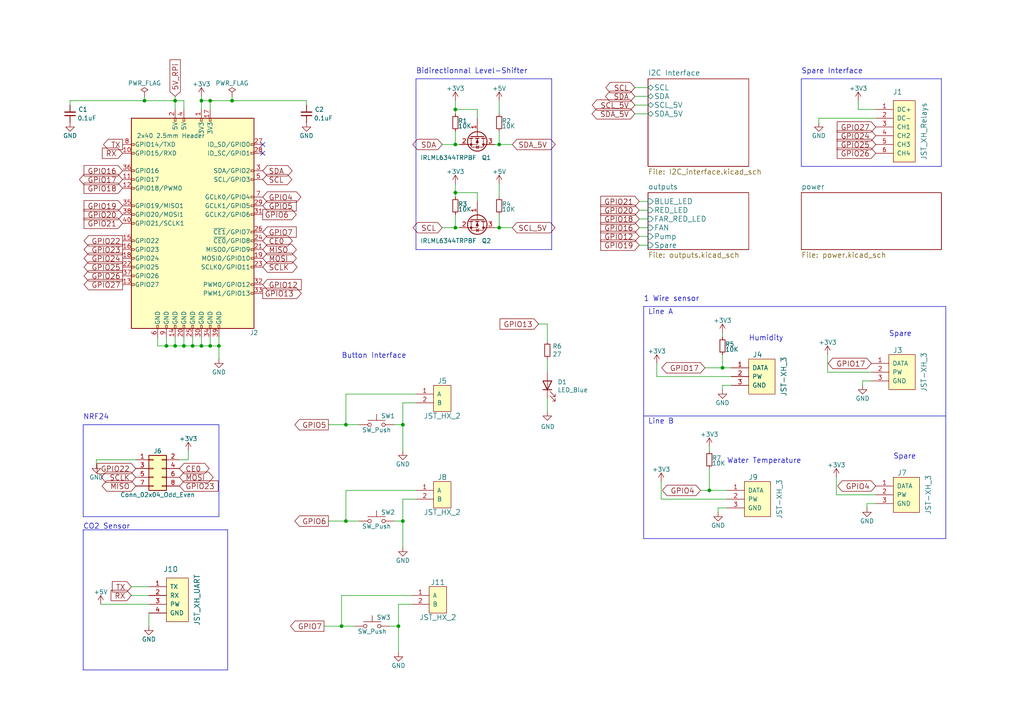
<source format=kicad_sch>
(kicad_sch (version 20230121) (generator eeschema)
  (paper "A4")
  (title_block (title "Astroplant Root") (date "2018-05-11") (rev "0.6.1") (comment 1 "Vincent Frangi") (comment 2 "vincent.frangi@gmail.com"))
  (lib_symbols
    (symbol "Astroplant_VFR-rescue:+3.3V-power" (power) (pin_names (offset 0))
      (property "Value" "+3.3V-power" (at 0 3.556 0))
      (symbol "+3.3V-power_1_1"
        (pin power_in line (at 0 0 90) (length 0) hide (name "+3V3") (number "1"))
      )
    )
    (symbol "Astroplant_VFR-rescue:GND-Astroplant_VFR-rescue-Astroplant_VFR-rescue" (power) (pin_names (offset 0))
      (property "Value" "GND-Astroplant_VFR-rescue-Astroplant_VFR-rescue" (at 0 -3.81 0))
      (symbol "GND-Astroplant_VFR-rescue-Astroplant_VFR-rescue_1_1"
        (pin power_in line (at 0 0 270) (length 0) hide (name "GND") (number "1"))
      )
    )
    (symbol "Astroplant_VFR-rescue:IRLML6344-AstroPlant" (pin_names (offset 0) hide)
      (property "Reference" "Q" (at 5.08 1.27 0))
      (property "Value" "AstroPlant:IRLML6344" (at 5.08 -1.27 0))
      (symbol "IRLML6344-AstroPlant_1_1"
        (pin input line (at -5.08 0 0) (length 5.08) (name "G") (number "1"))
        (pin passive line (at 2.54 -5.08 90) (length 2.54) (name "S") (number "2"))
        (pin passive line (at 2.54 5.08 270) (length 2.54) (name "D") (number "3"))
      )
    )
    (symbol "Astroplant_VFR-rescue:JST-XH_3-JST_connector" (pin_names (offset 1.016))
      (property "Reference" "J" (at -5.08 6.35 0))
      (property "Value" "JST_connector:JST-XH_3" (at 2.54 0 90))
      (symbol "JST-XH_3-JST_connector_1_1"
        (pin bidirectional line (at -12.7 2.54 0) (length 5.08) (name "DATA") (number "1"))
        (pin input line (at -12.7 0 0) (length 5.08) (name "PW") (number "2"))
        (pin input line (at -12.7 -2.54 0) (length 5.08) (name "GND") (number "3"))
      )
    )
    (symbol "Astroplant_VFR-rescue:JST_HX_2-JST_connector" (pin_names (offset 1.016))
      (property "Reference" "J" (at 0 6.35 0))
      (property "Value" "JST_connector:JST_HX_2" (at 0 -3.81 0))
      (symbol "JST_HX_2-JST_connector_1_1"
        (pin passive line (at -7.62 2.54 0) (length 5.08) (name "A") (number "1"))
        (pin passive line (at -7.62 0 0) (length 5.08) (name "B") (number "2"))
      )
    )
    (symbol "Astroplant_VFR-rescue:JST_XH_Relays-JST_connector" (pin_names (offset 1.016))
      (property "Reference" "J" (at -2.54 11.43 0))
      (property "Value" "JST_connector:JST_XH_Relays" (at 5.08 0 90))
      (symbol "JST_XH_Relays-JST_connector_1_1"
        (pin power_in line (at -8.89 6.35 0) (length 5.08) (name "DC+") (number "1"))
        (pin power_in line (at -8.89 3.81 0) (length 5.08) (name "DC-") (number "2"))
        (pin input line (at -8.89 1.27 0) (length 5.08) (name "CH1") (number "3"))
        (pin input line (at -8.89 -1.27 0) (length 5.08) (name "CH2") (number "4"))
        (pin input line (at -8.89 -3.81 0) (length 5.08) (name "CH3") (number "5"))
        (pin input line (at -8.89 -6.35 0) (length 5.08) (name "CH4") (number "6"))
      )
    )
    (symbol "Astroplant_VFR-rescue:JST_XH_UART-JST_connector" (pin_names (offset 1.016))
      (property "Reference" "J" (at -2.54 10.16 0))
      (property "Value" "JST_connector:JST_XH_UART" (at 5.08 1.27 90))
      (symbol "JST_XH_UART-JST_connector_1_1"
        (pin input line (at -8.89 5.08 0) (length 5.08) (name "TX") (number "1"))
        (pin input line (at -8.89 2.54 0) (length 5.08) (name "RX") (number "2"))
        (pin input line (at -8.89 0 0) (length 5.08) (name "PW") (number "3"))
        (pin input line (at -8.89 -2.54 0) (length 5.08) (name "GND") (number "4"))
      )
    )
    (symbol "Astroplant_VFR-rescue:SW_Push-Astroplant_VFR-rescue-Astroplant_VFR-rescue" (pin_numbers hide) (pin_names (offset 1.016) hide)
      (property "Reference" "SW" (at 1.27 2.54 0))
      (property "Value" "Astroplant_VFR-rescue:SW_Push-Astroplant_VFR-rescue" (at 0 -1.524 0))
      (symbol "SW_Push-Astroplant_VFR-rescue-Astroplant_VFR-rescue_0_1"
        (pin passive line (at -5.08 0 0) (length 2.54) (name "1") (number "1"))
        (pin passive line (at 5.08 0 180) (length 2.54) (name "2") (number "2"))
      )
    )
    (symbol "Connector:Raspberry_Pi_2_3" (pin_names (offset 1.016))
      (property "Reference" "J" (at -17.78 31.75 0))
      (property "Value" "Raspberry_Pi_2_3" (at 10.16 -31.75 0))
      (symbol "Raspberry_Pi_2_3_1_1"
        (pin power_in line (at 2.54 33.02 270) (length 2.54) (name "3V3") (number "1"))
        (pin bidirectional line (at -20.32 20.32 0) (length 2.54) (name "GPIO15/RXD") (number "10"))
        (pin bidirectional line (at -20.32 12.7 0) (length 2.54) (name "GPIO17") (number "11"))
        (pin bidirectional line (at -20.32 10.16 0) (length 2.54) (name "GPIO18/PWM0") (number "12"))
        (pin bidirectional line (at -20.32 -17.78 0) (length 2.54) (name "GPIO27") (number "13"))
        (pin power_in line (at -5.08 -33.02 90) (length 2.54) (name "GND") (number "14"))
        (pin bidirectional line (at -20.32 -5.08 0) (length 2.54) (name "GPIO22") (number "15"))
        (pin bidirectional line (at -20.32 -7.62 0) (length 2.54) (name "GPIO23") (number "16"))
        (pin power_in line (at 5.08 33.02 270) (length 2.54) (name "3V3") (number "17"))
        (pin bidirectional line (at -20.32 -10.16 0) (length 2.54) (name "GPIO24") (number "18"))
        (pin bidirectional line (at 20.32 -10.16 180) (length 2.54) (name "MOSI0/GPIO10") (number "19"))
        (pin power_in line (at -5.08 33.02 270) (length 2.54) (name "5V") (number "2"))
        (pin power_in line (at -2.54 -33.02 90) (length 2.54) (name "GND") (number "20"))
        (pin bidirectional line (at 20.32 -7.62 180) (length 2.54) (name "MISO0/GPIO9") (number "21"))
        (pin bidirectional line (at -20.32 -12.7 0) (length 2.54) (name "GPIO25") (number "22"))
        (pin bidirectional line (at 20.32 -12.7 180) (length 2.54) (name "SCLK0/GPIO11") (number "23"))
        (pin bidirectional line (at 20.32 -5.08 180) (length 2.54) (name "~{CE0}/GPIO8") (number "24"))
        (pin power_in line (at 0 -33.02 90) (length 2.54) (name "GND") (number "25"))
        (pin bidirectional line (at 20.32 -2.54 180) (length 2.54) (name "~{CE1}/GPIO7") (number "26"))
        (pin bidirectional line (at 20.32 22.86 180) (length 2.54) (name "ID_SD/GPIO0") (number "27"))
        (pin bidirectional line (at 20.32 20.32 180) (length 2.54) (name "ID_SC/GPIO1") (number "28"))
        (pin bidirectional line (at 20.32 5.08 180) (length 2.54) (name "GCLK1/GPIO5") (number "29"))
        (pin bidirectional line (at 20.32 15.24 180) (length 2.54) (name "SDA/GPIO2") (number "3"))
        (pin power_in line (at 2.54 -33.02 90) (length 2.54) (name "GND") (number "30"))
        (pin bidirectional line (at 20.32 2.54 180) (length 2.54) (name "GCLK2/GPIO6") (number "31"))
        (pin bidirectional line (at 20.32 -17.78 180) (length 2.54) (name "PWM0/GPIO12") (number "32"))
        (pin bidirectional line (at 20.32 -20.32 180) (length 2.54) (name "PWM1/GPIO13") (number "33"))
        (pin power_in line (at 5.08 -33.02 90) (length 2.54) (name "GND") (number "34"))
        (pin bidirectional line (at -20.32 5.08 0) (length 2.54) (name "GPIO19/MISO1") (number "35"))
        (pin bidirectional line (at -20.32 15.24 0) (length 2.54) (name "GPIO16") (number "36"))
        (pin bidirectional line (at -20.32 -15.24 0) (length 2.54) (name "GPIO26") (number "37"))
        (pin bidirectional line (at -20.32 2.54 0) (length 2.54) (name "GPIO20/MOSI1") (number "38"))
        (pin power_in line (at 7.62 -33.02 90) (length 2.54) (name "GND") (number "39"))
        (pin power_in line (at -2.54 33.02 270) (length 2.54) (name "5V") (number "4"))
        (pin bidirectional line (at -20.32 0 0) (length 2.54) (name "GPIO21/SCLK1") (number "40"))
        (pin bidirectional line (at 20.32 12.7 180) (length 2.54) (name "SCL/GPIO3") (number "5"))
        (pin power_in line (at -10.16 -33.02 90) (length 2.54) (name "GND") (number "6"))
        (pin bidirectional line (at 20.32 7.62 180) (length 2.54) (name "GCLK0/GPIO4") (number "7"))
        (pin bidirectional line (at -20.32 22.86 0) (length 2.54) (name "GPIO14/TXD") (number "8"))
        (pin power_in line (at -7.62 -33.02 90) (length 2.54) (name "GND") (number "9"))
      )
    )
    (symbol "Connector_Generic:Conn_02x04_Odd_Even" (pin_names (offset 1.016) hide)
      (property "Reference" "J" (at 1.27 5.08 0))
      (property "Value" "Conn_02x04_Odd_Even" (at 1.27 -7.62 0))
      (symbol "Conn_02x04_Odd_Even_1_1"
        (pin passive line (at -5.08 2.54 0) (length 3.81) (name "Pin_1") (number "1"))
        (pin passive line (at 7.62 2.54 180) (length 3.81) (name "Pin_2") (number "2"))
        (pin passive line (at -5.08 0 0) (length 3.81) (name "Pin_3") (number "3"))
        (pin passive line (at 7.62 0 180) (length 3.81) (name "Pin_4") (number "4"))
        (pin passive line (at -5.08 -2.54 0) (length 3.81) (name "Pin_5") (number "5"))
        (pin passive line (at 7.62 -2.54 180) (length 3.81) (name "Pin_6") (number "6"))
        (pin passive line (at -5.08 -5.08 0) (length 3.81) (name "Pin_7") (number "7"))
        (pin passive line (at 7.62 -5.08 180) (length 3.81) (name "Pin_8") (number "8"))
      )
    )
    (symbol "Device:C_Small" (pin_numbers hide) (pin_names (offset 0.254) hide)
      (property "Reference" "C" (at 0.254 1.778 0))
      (property "Value" "C_Small" (at 0.254 -2.032 0))
      (symbol "C_Small_1_1"
        (pin passive line (at 0 2.54 270) (length 2.032) (name "~") (number "1"))
        (pin passive line (at 0 -2.54 90) (length 2.032) (name "~") (number "2"))
      )
    )
    (symbol "Device:LED" (pin_numbers hide) (pin_names (offset 1.016) hide)
      (property "Reference" "D" (at 0 2.54 0))
      (property "Value" "LED" (at 0 -2.54 0))
      (symbol "LED_1_1"
        (pin passive line (at -3.81 0 0) (length 2.54) (name "K") (number "1"))
        (pin passive line (at 3.81 0 180) (length 2.54) (name "A") (number "2"))
      )
    )
    (symbol "Device:R_Small" (pin_numbers hide) (pin_names (offset 0.254) hide)
      (property "Reference" "R" (at 0.762 0.508 0))
      (property "Value" "R_Small" (at 0.762 -1.016 0))
      (symbol "R_Small_1_1"
        (pin passive line (at 0 2.54 270) (length 0.762) (name "~") (number "1"))
        (pin passive line (at 0 -2.54 90) (length 0.762) (name "~") (number "2"))
      )
    )
    (symbol "power:+5V" (power) (pin_names (offset 0))
      (property "Value" "+5V" (at 0 3.556 0))
      (symbol "+5V_1_1"
        (pin power_in line (at 0 0 90) (length 0) hide (name "+5V") (number "1"))
      )
    )
    (symbol "power:GND" (power) (pin_names (offset 0))
      (property "Value" "GND" (at 0 -3.81 0))
      (symbol "GND_1_1"
        (pin power_in line (at 0 0 270) (length 0) hide (name "GND") (number "1"))
      )
    )
    (symbol "power:PWR_FLAG" (power) (pin_numbers hide) (pin_names (offset 0) hide)
      (property "Value" "PWR_FLAG" (at 0 3.81 0))
      (symbol "PWR_FLAG_0_0"
        (pin power_out line (at 0 0 90) (length 0) (name "pwr") (number "1"))
      )
    )
  )
  (junction (at 48.26 100.33))
  (junction (at 60.96 29.21))
  (junction (at 100.33 151.13))
  (junction (at 116.84 123.19))
  (junction (at 132.08 55.88))
  (junction (at 53.34 100.33))
  (junction (at 205.74 142.24))
  (junction (at 60.96 100.33))
  (junction (at 99.06 181.61))
  (junction (at 58.42 100.33))
  (junction (at 144.78 66.04))
  (junction (at 144.78 41.91))
  (junction (at 63.5 100.33))
  (junction (at 209.55 106.68))
  (junction (at 58.42 29.21))
  (junction (at 41.91 29.21))
  (junction (at 50.8 29.21))
  (junction (at 115.57 181.61))
  (junction (at 50.8 100.33))
  (junction (at 55.88 100.33))
  (junction (at 132.08 41.91))
  (junction (at 132.08 31.75))
  (junction (at 100.33 123.19))
  (junction (at 116.84 151.13))
  (junction (at 67.31 29.21))
  (junction (at 132.08 66.04))
  (no_connect (at 76.2 44.45))
  (no_connect (at 76.2 41.91))
  (wire (pts (xy 114.3 123.19) (xy 116.84 123.19)))
  (wire (pts (xy 63.5 97.79) (xy 63.5 100.33)))
  (wire (pts (xy 50.8 29.21) (xy 50.8 31.75)))
  (wire (pts (xy 116.84 123.19) (xy 116.84 130.81)))
  (wire (pts (xy 132.08 29.21) (xy 132.08 31.75)))
  (wire (pts (xy 119.38 175.26) (xy 115.57 175.26)))
  (wire (pts (xy 58.42 100.33) (xy 58.42 97.79)))
  (wire (pts (xy 128.27 66.04) (xy 132.08 66.04)))
  (wire (pts (xy 100.33 142.24) (xy 100.33 151.13)))
  (wire (pts (xy 100.33 114.3) (xy 100.33 123.19)))
  (wire (pts (xy 204.47 106.68) (xy 209.55 106.68)))
  (wire (pts (xy 43.18 177.8) (xy 43.18 181.61)))
  (wire (pts (xy 50.8 100.33) (xy 53.34 100.33)))
  (wire (pts (xy 41.91 29.21) (xy 20.32 29.21)))
  (wire (pts (xy 132.08 41.91) (xy 133.35 41.91)))
  (wire (pts (xy 184.15 27.94) (xy 187.96 27.94)))
  (wire (pts (xy 209.55 106.68) (xy 212.09 106.68)))
  (wire (pts (xy 144.78 41.91) (xy 144.78 38.1)))
  (wire (pts (xy 132.08 66.04) (xy 133.35 66.04)))
  (wire (pts (xy 113.03 181.61) (xy 115.57 181.61)))
  (wire (pts (xy 184.15 25.4) (xy 187.96 25.4)))
  (polyline (pts (xy 24.13 194.31) (xy 24.13 153.67)))
  (wire (pts (xy 209.55 102.87) (xy 209.55 106.68)))
  (wire (pts (xy 116.84 116.84) (xy 116.84 123.19)))
  (wire (pts (xy 158.75 93.98) (xy 158.75 99.06)))
  (polyline (pts (xy 66.04 153.67) (xy 66.04 194.31)))
  (wire (pts (xy 115.57 181.61) (xy 115.57 189.23)))
  (wire (pts (xy 212.09 111.76) (xy 209.55 111.76)))
  (wire (pts (xy 132.08 38.1) (xy 132.08 41.91)))
  (polyline (pts (xy 186.69 156.21) (xy 274.32 156.21)))
  (wire (pts (xy 158.75 104.14) (xy 158.75 107.95)))
  (wire (pts (xy 39.37 133.35) (xy 27.94 133.35)))
  (wire (pts (xy 132.08 53.34) (xy 132.08 55.88)))
  (wire (pts (xy 41.91 29.21) (xy 41.91 27.94)))
  (wire (pts (xy 95.25 123.19) (xy 100.33 123.19)))
  (wire (pts (xy 60.96 100.33) (xy 63.5 100.33)))
  (wire (pts (xy 251.46 146.05) (xy 251.46 147.32)))
  (wire (pts (xy 210.82 147.32) (xy 208.28 147.32)))
  (polyline (pts (xy 24.13 153.67) (xy 66.04 153.67)))
  (wire (pts (xy 191.77 144.78) (xy 191.77 139.7)))
  (wire (pts (xy 116.84 151.13) (xy 116.84 158.75)))
  (wire (pts (xy 27.94 133.35) (xy 27.94 134.62)))
  (wire (pts (xy 132.08 55.88) (xy 132.08 57.15)))
  (wire (pts (xy 53.34 100.33) (xy 55.88 100.33)))
  (polyline (pts (xy 273.05 22.86) (xy 273.05 48.26)))
  (wire (pts (xy 60.96 31.75) (xy 60.96 29.21)))
  (wire (pts (xy 58.42 27.94) (xy 58.42 29.21)))
  (wire (pts (xy 205.74 142.24) (xy 210.82 142.24)))
  (wire (pts (xy 254 31.75) (xy 248.92 31.75)))
  (wire (pts (xy 45.72 100.33) (xy 48.26 100.33)))
  (wire (pts (xy 138.43 31.75) (xy 138.43 34.29)))
  (wire (pts (xy 67.31 29.21) (xy 67.31 27.94)))
  (wire (pts (xy 242.57 143.51) (xy 242.57 138.43)))
  (wire (pts (xy 50.8 27.94) (xy 50.8 29.21)))
  (wire (pts (xy 132.08 31.75) (xy 132.08 33.02)))
  (wire (pts (xy 93.98 181.61) (xy 99.06 181.61)))
  (wire (pts (xy 203.2 142.24) (xy 205.74 142.24)))
  (wire (pts (xy 100.33 123.19) (xy 104.14 123.19)))
  (wire (pts (xy 29.21 175.26) (xy 43.18 175.26)))
  (wire (pts (xy 144.78 66.04) (xy 148.59 66.04)))
  (wire (pts (xy 58.42 29.21) (xy 58.42 31.75)))
  (polyline (pts (xy 160.02 22.86) (xy 160.02 72.39)))
  (wire (pts (xy 48.26 100.33) (xy 50.8 100.33)))
  (wire (pts (xy 95.25 151.13) (xy 100.33 151.13)))
  (wire (pts (xy 120.65 116.84) (xy 116.84 116.84)))
  (wire (pts (xy 48.26 100.33) (xy 48.26 97.79)))
  (wire (pts (xy 205.74 135.89) (xy 205.74 142.24)))
  (wire (pts (xy 53.34 29.21) (xy 53.34 31.75)))
  (wire (pts (xy 100.33 151.13) (xy 104.14 151.13)))
  (wire (pts (xy 20.32 29.21) (xy 20.32 30.48)))
  (wire (pts (xy 138.43 55.88) (xy 138.43 58.42)))
  (wire (pts (xy 54.61 130.81) (xy 54.61 133.35)))
  (wire (pts (xy 132.08 31.75) (xy 138.43 31.75)))
  (wire (pts (xy 132.08 62.23) (xy 132.08 66.04)))
  (wire (pts (xy 60.96 29.21) (xy 67.31 29.21)))
  (wire (pts (xy 237.49 35.56) (xy 237.49 34.29)))
  (polyline (pts (xy 66.04 194.31) (xy 24.13 194.31)))
  (wire (pts (xy 115.57 175.26) (xy 115.57 181.61)))
  (wire (pts (xy 119.38 172.72) (xy 99.06 172.72)))
  (wire (pts (xy 156.21 93.98) (xy 158.75 93.98)))
  (wire (pts (xy 58.42 29.21) (xy 60.96 29.21)))
  (wire (pts (xy 38.1 172.72) (xy 43.18 172.72)))
  (wire (pts (xy 58.42 100.33) (xy 60.96 100.33)))
  (wire (pts (xy 120.65 142.24) (xy 100.33 142.24)))
  (wire (pts (xy 50.8 100.33) (xy 50.8 97.79)))
  (wire (pts (xy 208.28 147.32) (xy 208.28 148.59)))
  (wire (pts (xy 41.91 29.21) (xy 50.8 29.21)))
  (wire (pts (xy 128.27 41.91) (xy 132.08 41.91)))
  (wire (pts (xy 209.55 96.52) (xy 209.55 97.79)))
  (polyline (pts (xy 24.13 149.86) (xy 24.13 123.19)))
  (polyline (pts (xy 274.32 156.21) (xy 274.32 88.9)))
  (wire (pts (xy 252.73 110.49) (xy 250.19 110.49)))
  (wire (pts (xy 99.06 181.61) (xy 102.87 181.61)))
  (wire (pts (xy 132.08 55.88) (xy 138.43 55.88)))
  (wire (pts (xy 185.42 68.58) (xy 187.96 68.58)))
  (polyline (pts (xy 160.02 72.39) (xy 120.65 72.39)))
  (polyline (pts (xy 63.5 123.19) (xy 63.5 149.86)))
  (wire (pts (xy 184.15 30.48) (xy 187.96 30.48)))
  (wire (pts (xy 212.09 109.22) (xy 190.5 109.22)))
  (wire (pts (xy 237.49 34.29) (xy 254 34.29)))
  (wire (pts (xy 185.42 58.42) (xy 187.96 58.42)))
  (wire (pts (xy 184.15 33.02) (xy 187.96 33.02)))
  (wire (pts (xy 53.34 100.33) (xy 53.34 97.79)))
  (wire (pts (xy 248.92 31.75) (xy 248.92 29.21)))
  (polyline (pts (xy 273.05 48.26) (xy 232.41 48.26)))
  (wire (pts (xy 63.5 100.33) (xy 63.5 104.14)))
  (wire (pts (xy 144.78 41.91) (xy 148.59 41.91)))
  (wire (pts (xy 185.42 71.12) (xy 187.96 71.12)))
  (polyline (pts (xy 186.69 120.65) (xy 274.32 120.65)))
  (wire (pts (xy 158.75 115.57) (xy 158.75 119.38)))
  (polyline (pts (xy 232.41 22.86) (xy 273.05 22.86)))
  (wire (pts (xy 205.74 130.81) (xy 205.74 129.54)))
  (wire (pts (xy 55.88 100.33) (xy 55.88 97.79)))
  (wire (pts (xy 144.78 53.34) (xy 144.78 57.15)))
  (polyline (pts (xy 120.65 72.39) (xy 120.65 22.86)))
  (wire (pts (xy 185.42 60.96) (xy 187.96 60.96)))
  (wire (pts (xy 45.72 100.33) (xy 45.72 97.79)))
  (wire (pts (xy 250.19 110.49) (xy 250.19 111.76)))
  (wire (pts (xy 240.03 107.95) (xy 240.03 102.87)))
  (wire (pts (xy 144.78 66.04) (xy 144.78 62.23)))
  (wire (pts (xy 143.51 66.04) (xy 144.78 66.04)))
  (wire (pts (xy 67.31 29.21) (xy 88.9 29.21)))
  (wire (pts (xy 50.8 29.21) (xy 53.34 29.21)))
  (wire (pts (xy 120.65 144.78) (xy 116.84 144.78)))
  (polyline (pts (xy 274.32 88.9) (xy 186.69 88.9)))
  (wire (pts (xy 190.5 109.22) (xy 190.5 105.41)))
  (wire (pts (xy 54.61 133.35) (xy 52.07 133.35)))
  (wire (pts (xy 143.51 41.91) (xy 144.78 41.91)))
  (wire (pts (xy 210.82 144.78) (xy 191.77 144.78)))
  (polyline (pts (xy 232.41 48.26) (xy 232.41 22.86)))
  (wire (pts (xy 88.9 29.21) (xy 88.9 30.48)))
  (wire (pts (xy 60.96 100.33) (xy 60.96 97.79)))
  (wire (pts (xy 116.84 144.78) (xy 116.84 151.13)))
  (polyline (pts (xy 63.5 149.86) (xy 24.13 149.86)))
  (wire (pts (xy 252.73 107.95) (xy 240.03 107.95)))
  (wire (pts (xy 185.42 63.5) (xy 187.96 63.5)))
  (wire (pts (xy 38.1 170.18) (xy 43.18 170.18)))
  (wire (pts (xy 185.42 66.04) (xy 187.96 66.04)))
  (wire (pts (xy 99.06 172.72) (xy 99.06 181.61)))
  (wire (pts (xy 120.65 114.3) (xy 100.33 114.3)))
  (polyline (pts (xy 24.13 123.19) (xy 63.5 123.19)))
  (wire (pts (xy 55.88 100.33) (xy 58.42 100.33)))
  (wire (pts (xy 114.3 151.13) (xy 116.84 151.13)))
  (wire (pts (xy 254 146.05) (xy 251.46 146.05)))
  (wire (pts (xy 254 143.51) (xy 242.57 143.51)))
  (polyline (pts (xy 120.65 22.86) (xy 160.02 22.86)))
  (polyline (pts (xy 186.69 88.9) (xy 186.69 156.21)))
  (wire (pts (xy 209.55 111.76) (xy 209.55 113.03)))
  (wire (pts (xy 144.78 29.21) (xy 144.78 33.02)))
  (text "NRF24" (at 24.13 121.92 0) (effects (font (size 1.524 1.524)) (justify left bottom)))
  (text "Button Interface" (at 99.06 104.14 0) (effects (font (size 1.524 1.524)) (justify left bottom)))
  (text "Bidirectionnal Level-Shifter" (at 120.65 21.59 0) (effects (font (size 1.524 1.524)) (justify left bottom)))
  (text "Humidity" (at 217.17 99.06 0) (effects (font (size 1.524 1.524)) (justify left bottom)))
  (text "1 Wire sensor" (at 186.69 87.63 0) (effects (font (size 1.524 1.524)) (justify left bottom)))
  (text "Spare Interface" (at 232.41 21.59 0) (effects (font (size 1.524 1.524)) (justify left bottom)))
  (text "Line B" (at 187.96 123.19 0) (effects (font (size 1.524 1.524)) (justify left bottom)))
  (text "CO2 Sensor" (at 24.13 153.67 0) (effects (font (size 1.524 1.524)) (justify left bottom)))
  (text "Water Temperature" (at 210.82 134.62 0) (effects (font (size 1.524 1.524)) (justify left bottom)))
  (text "Spare" (at 257.81 97.79 0) (effects (font (size 1.524 1.524)) (justify left bottom)))
  (text "Spare" (at 259.08 133.35 0) (effects (font (size 1.524 1.524)) (justify left bottom)))
  (text "Line A" (at 187.96 91.44 0) (effects (font (size 1.524 1.524)) (justify left bottom)))
  (global_label "GPIO23" (shape output) (at 35.56 72.39 180) (effects (font (size 1.524 1.524))) (property "Intersheetrefs" "${INTERSHEET_REFS}" (effects hide)))
  (global_label "5V_RPi" (shape input) (at 50.8 27.94 90) (effects (font (size 1.524 1.524))) (property "Intersheetrefs" "${INTERSHEET_REFS}" (effects hide)))
  (global_label "GPIO26" (shape input) (at 254 44.45 180) (effects (font (size 1.524 1.524))) (property "Intersheetrefs" "${INTERSHEET_REFS}" (effects hide)))
  (global_label "SCL_5V" (shape bidirectional) (at 184.15 30.48 180) (effects (font (size 1.524 1.524))) (property "Intersheetrefs" "${INTERSHEET_REFS}" (effects hide)))
  (global_label "SDA_5V" (shape bidirectional) (at 184.15 33.02 180) (effects (font (size 1.524 1.524))) (property "Intersheetrefs" "${INTERSHEET_REFS}" (effects hide)))
  (global_label "GPIO17" (shape bidirectional) (at 252.73 105.41 180) (effects (font (size 1.524 1.524))) (property "Intersheetrefs" "${INTERSHEET_REFS}" (effects hide)))
  (global_label "GPIO13" (shape input) (at 156.21 93.98 180) (effects (font (size 1.524 1.524))) (property "Intersheetrefs" "${INTERSHEET_REFS}" (effects hide)))
  (global_label "GPIO20" (shape input) (at 35.56 62.23 180) (effects (font (size 1.524 1.524))) (property "Intersheetrefs" "${INTERSHEET_REFS}" (effects hide)))
  (global_label "GPIO4" (shape bidirectional) (at 203.2 142.24 180) (effects (font (size 1.524 1.524))) (property "Intersheetrefs" "${INTERSHEET_REFS}" (effects hide)))
  (global_label "GPIO23" (shape input) (at 52.07 140.97 0) (effects (font (size 1.524 1.524))) (property "Intersheetrefs" "${INTERSHEET_REFS}" (effects hide)))
  (global_label "SDA" (shape bidirectional) (at 76.2 49.53 0) (effects (font (size 1.524 1.524))) (property "Intersheetrefs" "${INTERSHEET_REFS}" (effects hide)))
  (global_label "RX" (shape input) (at 38.1 172.72 180) (effects (font (size 1.524 1.524))) (property "Intersheetrefs" "${INTERSHEET_REFS}" (effects hide)))
  (global_label "GPIO17" (shape bidirectional) (at 204.47 106.68 180) (effects (font (size 1.524 1.524))) (property "Intersheetrefs" "${INTERSHEET_REFS}" (effects hide)))
  (global_label "GPIO22" (shape input) (at 39.37 135.89 180) (effects (font (size 1.524 1.524))) (property "Intersheetrefs" "${INTERSHEET_REFS}" (effects hide)))
  (global_label "GPIO26" (shape output) (at 35.56 80.01 180) (effects (font (size 1.524 1.524))) (property "Intersheetrefs" "${INTERSHEET_REFS}" (effects hide)))
  (global_label "GPIO5" (shape output) (at 95.25 123.19 180) (effects (font (size 1.524 1.524))) (property "Intersheetrefs" "${INTERSHEET_REFS}" (effects hide)))
  (global_label "TX" (shape input) (at 38.1 170.18 180) (effects (font (size 1.524 1.524))) (property "Intersheetrefs" "${INTERSHEET_REFS}" (effects hide)))
  (global_label "GPIO25" (shape input) (at 254 41.91 180) (effects (font (size 1.524 1.524))) (property "Intersheetrefs" "${INTERSHEET_REFS}" (effects hide)))
  (global_label "GPIO21" (shape input) (at 185.42 58.42 180) (effects (font (size 1.524 1.524))) (property "Intersheetrefs" "${INTERSHEET_REFS}" (effects hide)))
  (global_label "SCL_5V" (shape bidirectional) (at 148.59 66.04 0) (effects (font (size 1.524 1.524))) (property "Intersheetrefs" "${INTERSHEET_REFS}" (effects hide)))
  (global_label "GPIO16" (shape input) (at 185.42 66.04 180) (effects (font (size 1.524 1.524))) (property "Intersheetrefs" "${INTERSHEET_REFS}" (effects hide)))
  (global_label "GPIO6" (shape output) (at 95.25 151.13 180) (effects (font (size 1.524 1.524))) (property "Intersheetrefs" "${INTERSHEET_REFS}" (effects hide)))
  (global_label "MISO" (shape bidirectional) (at 76.2 72.39 0) (effects (font (size 1.524 1.524))) (property "Intersheetrefs" "${INTERSHEET_REFS}" (effects hide)))
  (global_label "GPIO27" (shape input) (at 254 36.83 180) (effects (font (size 1.524 1.524))) (property "Intersheetrefs" "${INTERSHEET_REFS}" (effects hide)))
  (global_label "SCL" (shape bidirectional) (at 76.2 52.07 0) (effects (font (size 1.524 1.524))) (property "Intersheetrefs" "${INTERSHEET_REFS}" (effects hide)))
  (global_label "GPIO24" (shape input) (at 254 39.37 180) (effects (font (size 1.524 1.524))) (property "Intersheetrefs" "${INTERSHEET_REFS}" (effects hide)))
  (global_label "GPIO19" (shape input) (at 35.56 59.69 180) (effects (font (size 1.524 1.524))) (property "Intersheetrefs" "${INTERSHEET_REFS}" (effects hide)))
  (global_label "GPIO12" (shape input) (at 185.42 68.58 180) (effects (font (size 1.524 1.524))) (property "Intersheetrefs" "${INTERSHEET_REFS}" (effects hide)))
  (global_label "CE0" (shape bidirectional) (at 52.07 135.89 0) (effects (font (size 1.524 1.524))) (property "Intersheetrefs" "${INTERSHEET_REFS}" (effects hide)))
  (global_label "TX" (shape output) (at 35.56 41.91 180) (effects (font (size 1.524 1.524))) (property "Intersheetrefs" "${INTERSHEET_REFS}" (effects hide)))
  (global_label "GPIO13" (shape output) (at 76.2 85.09 0) (effects (font (size 1.524 1.524))) (property "Intersheetrefs" "${INTERSHEET_REFS}" (effects hide)))
  (global_label "GPIO17" (shape bidirectional) (at 35.56 52.07 180) (effects (font (size 1.524 1.524))) (property "Intersheetrefs" "${INTERSHEET_REFS}" (effects hide)))
  (global_label "GPIO7" (shape output) (at 93.98 181.61 180) (effects (font (size 1.524 1.524))) (property "Intersheetrefs" "${INTERSHEET_REFS}" (effects hide)))
  (global_label "GPIO12" (shape input) (at 76.2 82.55 0) (effects (font (size 1.524 1.524))) (property "Intersheetrefs" "${INTERSHEET_REFS}" (effects hide)))
  (global_label "CE0" (shape bidirectional) (at 76.2 69.85 0) (effects (font (size 1.524 1.524))) (property "Intersheetrefs" "${INTERSHEET_REFS}" (effects hide)))
  (global_label "GPIO25" (shape output) (at 35.56 77.47 180) (effects (font (size 1.524 1.524))) (property "Intersheetrefs" "${INTERSHEET_REFS}" (effects hide)))
  (global_label "GPIO21" (shape input) (at 35.56 64.77 180) (effects (font (size 1.524 1.524))) (property "Intersheetrefs" "${INTERSHEET_REFS}" (effects hide)))
  (global_label "MOSI" (shape bidirectional) (at 52.07 138.43 0) (effects (font (size 1.524 1.524))) (property "Intersheetrefs" "${INTERSHEET_REFS}" (effects hide)))
  (global_label "GPIO24" (shape output) (at 35.56 74.93 180) (effects (font (size 1.524 1.524))) (property "Intersheetrefs" "${INTERSHEET_REFS}" (effects hide)))
  (global_label "SCL" (shape bidirectional) (at 128.27 66.04 180) (effects (font (size 1.524 1.524))) (property "Intersheetrefs" "${INTERSHEET_REFS}" (effects hide)))
  (global_label "SDA" (shape bidirectional) (at 184.15 27.94 180) (effects (font (size 1.524 1.524))) (property "Intersheetrefs" "${INTERSHEET_REFS}" (effects hide)))
  (global_label "GPIO7" (shape input) (at 76.2 67.31 0) (effects (font (size 1.524 1.524))) (property "Intersheetrefs" "${INTERSHEET_REFS}" (effects hide)))
  (global_label "RX" (shape input) (at 35.56 44.45 180) (effects (font (size 1.524 1.524))) (property "Intersheetrefs" "${INTERSHEET_REFS}" (effects hide)))
  (global_label "SCLK" (shape bidirectional) (at 76.2 77.47 0) (effects (font (size 1.524 1.524))) (property "Intersheetrefs" "${INTERSHEET_REFS}" (effects hide)))
  (global_label "GPIO16" (shape input) (at 35.56 49.53 180) (effects (font (size 1.524 1.524))) (property "Intersheetrefs" "${INTERSHEET_REFS}" (effects hide)))
  (global_label "SDA_5V" (shape bidirectional) (at 148.59 41.91 0) (effects (font (size 1.524 1.524))) (property "Intersheetrefs" "${INTERSHEET_REFS}" (effects hide)))
  (global_label "GPIO27" (shape output) (at 35.56 82.55 180) (effects (font (size 1.524 1.524))) (property "Intersheetrefs" "${INTERSHEET_REFS}" (effects hide)))
  (global_label "GPIO6" (shape output) (at 76.2 62.23 0) (effects (font (size 1.524 1.524))) (property "Intersheetrefs" "${INTERSHEET_REFS}" (effects hide)))
  (global_label "GPIO18" (shape input) (at 35.56 54.61 180) (effects (font (size 1.524 1.524))) (property "Intersheetrefs" "${INTERSHEET_REFS}" (effects hide)))
  (global_label "GPIO5" (shape input) (at 76.2 59.69 0) (effects (font (size 1.524 1.524))) (property "Intersheetrefs" "${INTERSHEET_REFS}" (effects hide)))
  (global_label "MISO" (shape bidirectional) (at 39.37 140.97 180) (effects (font (size 1.524 1.524))) (property "Intersheetrefs" "${INTERSHEET_REFS}" (effects hide)))
  (global_label "SCL" (shape bidirectional) (at 184.15 25.4 180) (effects (font (size 1.524 1.524))) (property "Intersheetrefs" "${INTERSHEET_REFS}" (effects hide)))
  (global_label "GPIO18" (shape input) (at 185.42 63.5 180) (effects (font (size 1.524 1.524))) (property "Intersheetrefs" "${INTERSHEET_REFS}" (effects hide)))
  (global_label "GPIO4" (shape bidirectional) (at 76.2 57.15 0) (effects (font (size 1.524 1.524))) (property "Intersheetrefs" "${INTERSHEET_REFS}" (effects hide)))
  (global_label "SCLK" (shape bidirectional) (at 39.37 138.43 180) (effects (font (size 1.524 1.524))) (property "Intersheetrefs" "${INTERSHEET_REFS}" (effects hide)))
  (global_label "GPIO19" (shape input) (at 185.42 71.12 180) (effects (font (size 1.524 1.524))) (property "Intersheetrefs" "${INTERSHEET_REFS}" (effects hide)))
  (global_label "GPIO22" (shape output) (at 35.56 69.85 180) (effects (font (size 1.524 1.524))) (property "Intersheetrefs" "${INTERSHEET_REFS}" (effects hide)))
  (global_label "GPIO4" (shape bidirectional) (at 254 140.97 180) (effects (font (size 1.524 1.524))) (property "Intersheetrefs" "${INTERSHEET_REFS}" (effects hide)))
  (global_label "MOSI" (shape bidirectional) (at 76.2 74.93 0) (effects (font (size 1.524 1.524))) (property "Intersheetrefs" "${INTERSHEET_REFS}" (effects hide)))
  (global_label "SDA" (shape bidirectional) (at 128.27 41.91 180) (effects (font (size 1.524 1.524))) (property "Intersheetrefs" "${INTERSHEET_REFS}" (effects hide)))
  (global_label "GPIO20" (shape input) (at 185.42 60.96 180) (effects (font (size 1.524 1.524))) (property "Intersheetrefs" "${INTERSHEET_REFS}" (effects hide)))
  (symbol (lib_id "Astroplant_VFR-rescue:JST-XH_3-JST_connector") (at 223.52 144.78 0) (unit 1)
    (property "Reference" "J9" (at 218.44 138.43 0) (effects (font (size 1.524 1.524))))
    (property "Value" "JST-XH_3" (at 226.06 144.78 90) (effects (font (size 1.524 1.524))))
    (property "Footprint" "Connector_JST:JST_XH_B03B-XH-A_1x03_P2.50mm_Vertical" (effects hide))
    (property "Datasheet" "http://www.jst-mfg.com/product/pdf/eng/eXH.pdf" (effects hide))
    (property "MPN" "B3B-XH-A(LF)(SN) " (effects hide))
    (property "URL" "https://www.digikey.com/products/en?keywords=B3B-XH-A(LF)(SN)%20" (effects hide))
    (property "Digikey Part Number" "455-2248-ND" (effects hide))
  )
  (symbol (lib_id "power:GND") (at 208.28 148.59 0) (unit 1)
    (property "Reference" "#PWR0101" (effects hide))
    (property "Value" "GND" (at 208.28 152.4 0))
  )
  (symbol (lib_id "Astroplant_VFR-rescue:+3.3V-power") (at 205.74 129.54 0) (unit 1)
    (property "Reference" "#PWR0102" (effects hide))
    (property "Value" "+3.3V" (at 205.74 125.984 0))
  )
  (symbol (lib_id "Astroplant_VFR-rescue:+3.3V-power") (at 58.42 27.94 0) (unit 1)
    (property "Reference" "#PWR0103" (effects hide))
    (property "Value" "+3.3V" (at 58.42 24.384 0))
  )
  (symbol (lib_id "Astroplant_VFR-rescue:JST_XH_UART-JST_connector") (at 52.07 175.26 0) (unit 1)
    (property "Reference" "J10" (at 49.53 165.1 0) (effects (font (size 1.524 1.524))))
    (property "Value" "JST_XH_UART" (at 57.15 173.99 90) (effects (font (size 1.524 1.524))))
    (property "Footprint" "Connector_JST:JST_XH_B04B-XH-A_1x04_P2.50mm_Vertical" (effects hide))
    (property "Datasheet" "http://www.jst-mfg.com/product/pdf/eng/eXH.pdf" (effects hide))
    (property "MPN" "B4B-XH-A(LF)(SN)" (effects hide))
    (property "SPN1" "455-2249-ND" (effects hide))
    (property "URL" "https://www.digikey.com/products/en?mpart=B4B-XH-A%28LF%29%28SN%29&v=455" (effects hide))
    (property "Digikey Part Number" "455-2249-ND" (effects hide))
  )
  (symbol (lib_id "power:+5V") (at 29.21 175.26 0) (unit 1)
    (property "Reference" "#PWR0104" (effects hide))
    (property "Value" "+5V" (at 29.21 171.704 0))
  )
  (symbol (lib_id "power:GND") (at 43.18 181.61 0) (unit 1)
    (property "Reference" "#PWR0105" (effects hide))
    (property "Value" "GND" (at 43.18 185.42 0))
  )
  (symbol (lib_id "Astroplant_VFR-rescue:+3.3V-power") (at 191.77 139.7 0) (unit 1)
    (property "Reference" "#PWR0106" (effects hide))
    (property "Value" "+3.3V" (at 191.77 136.144 0))
  )
  (symbol (lib_id "Astroplant_VFR-rescue:GND-Astroplant_VFR-rescue-Astroplant_VFR-rescue") (at 63.5 104.14 0) (unit 1)
    (property "Reference" "#PWR0110" (effects hide))
    (property "Value" "GND" (at 63.5 107.95 0))
  )
  (symbol (lib_id "Astroplant_VFR-rescue:JST-XH_3-JST_connector") (at 224.79 109.22 0) (unit 1)
    (property "Reference" "J4" (at 219.71 102.87 0) (effects (font (size 1.524 1.524))))
    (property "Value" "JST-XH_3" (at 227.33 109.22 90) (effects (font (size 1.524 1.524))))
    (property "Footprint" "Connector_JST:JST_XH_B03B-XH-A_1x03_P2.50mm_Vertical" (effects hide))
    (property "Datasheet" "http://www.jst-mfg.com/product/pdf/eng/eXH.pdf" (effects hide))
    (property "MPN" "B3B-XH-A(LF)(SN) " (effects hide))
    (property "URL" "https://www.digikey.com/products/en?keywords=B3B-XH-A(LF)(SN)%20" (effects hide))
    (property "Digikey Part Number" "455-2248-ND" (effects hide))
  )
  (symbol (lib_id "power:GND") (at 209.55 113.03 0) (unit 1)
    (property "Reference" "#PWR0107" (effects hide))
    (property "Value" "GND" (at 209.55 116.84 0))
  )
  (symbol (lib_id "Astroplant_VFR-rescue:+3.3V-power") (at 190.5 105.41 0) (unit 1)
    (property "Reference" "#PWR0108" (effects hide))
    (property "Value" "+3.3V" (at 190.5 101.854 0))
  )
  (symbol (lib_id "Astroplant_VFR-rescue:+3.3V-power") (at 209.55 96.52 0) (unit 1)
    (property "Reference" "#PWR0109" (effects hide))
    (property "Value" "+3.3V" (at 209.55 92.964 0))
  )
  (symbol (lib_id "Astroplant_VFR-rescue:JST-XH_3-JST_connector") (at 266.7 143.51 0) (unit 1)
    (property "Reference" "J7" (at 261.62 137.16 0) (effects (font (size 1.524 1.524))))
    (property "Value" "JST-XH_3" (at 269.24 143.51 90) (effects (font (size 1.524 1.524))))
    (property "Footprint" "Connector_JST:JST_XH_B03B-XH-A_1x03_P2.50mm_Vertical" (effects hide))
    (property "Datasheet" "http://www.jst-mfg.com/product/pdf/eng/eXH.pdf" (effects hide))
    (property "MPN" "B3B-XH-A(LF)(SN)" (effects hide))
    (property "URL" "https://www.digikey.com/products/en?keywords=B3B-XH-A(LF)(SN)%20" (effects hide))
    (property "Digikey Part Number" "455-2248-ND" (effects hide))
  )
  (symbol (lib_id "power:GND") (at 251.46 147.32 0) (unit 1)
    (property "Reference" "#PWR0111" (effects hide))
    (property "Value" "GND" (at 251.46 151.13 0))
  )
  (symbol (lib_id "Astroplant_VFR-rescue:+3.3V-power") (at 242.57 138.43 0) (unit 1)
    (property "Reference" "#PWR0112" (effects hide))
    (property "Value" "+3.3V" (at 242.57 134.874 0))
  )
  (symbol (lib_id "Device:R_Small") (at 132.08 35.56 0) (unit 1)
    (property "Reference" "R1" (at 132.842 35.052 0) (effects (justify left)))
    (property "Value" "10K" (at 132.842 36.576 0) (effects (justify left)))
    (property "Footprint" "Resistor_SMD:R_0805_2012Metric" (effects hide))
    (property "Datasheet" "http://www.yageo.com/documents/recent/PYu-RC_Group_51_RoHS_L_8.pdf" (effects hide))
    (property "MPN" "RC0805FR-0710KL" (effects hide))
    (property "Digikey PN" "311-10.0KCRCT-ND" (effects hide))
    (property "URL" "https://www.digikey.com/product-detail/en/yageo/RC0805FR-0710KL/311-10.0KCRCT-ND/730482" (effects hide))
    (property "Digikey Part Number" "311-10.0KCRCT-ND" (effects hide))
  )
  (symbol (lib_id "power:+5V") (at 144.78 29.21 0) (unit 1)
    (property "Reference" "#PWR0113" (effects hide))
    (property "Value" "+5V" (at 144.78 25.654 0))
  )
  (symbol (lib_id "Astroplant_VFR-rescue:+3.3V-power") (at 132.08 29.21 0) (unit 1)
    (property "Reference" "#PWR0114" (effects hide))
    (property "Value" "+3.3V" (at 132.08 25.654 0))
  )
  (symbol (lib_id "power:+5V") (at 144.78 53.34 0) (unit 1)
    (property "Reference" "#PWR0115" (effects hide))
    (property "Value" "+5V" (at 144.78 49.784 0))
  )
  (symbol (lib_id "Astroplant_VFR-rescue:+3.3V-power") (at 132.08 53.34 0) (unit 1)
    (property "Reference" "#PWR0116" (effects hide))
    (property "Value" "+3.3V" (at 132.08 49.784 0))
  )
  (symbol (lib_id "power:PWR_FLAG") (at 67.31 27.94 0) (unit 1)
    (property "Reference" "#FLG0101" (effects hide))
    (property "Value" "PWR_FLAG" (at 67.31 24.13 0))
  )
  (symbol (lib_id "Connector:Raspberry_Pi_2_3") (at 55.88 64.77 0) (unit 1)
    (property "Reference" "J2" (at 73.66 96.52 0))
    (property "Value" "2x40 2.5mm Header" (at 49.53 39.37 0))
    (property "Footprint" "footprints:Pin_Header_Straight_2x20_Pitch2.54mm" (effects hide))
    (property "Datasheet" "http://katalog.we-online.de/em/datasheet/6130xx21121.pdf" (effects hide))
    (property "MPN" "61304021121" (effects hide))
    (property "SPN1" "732-5310-ND" (effects hide))
    (property "URL" "https://www.digikey.com/product-detail/en/wurth-electronics-inc/61304021121/732-5310-ND/4846886" (effects hide))
    (property "Digikey Part Number" "732-5310-ND" (effects hide))
  )
  (symbol (lib_id "power:PWR_FLAG") (at 41.91 27.94 0) (unit 1)
    (property "Reference" "#FLG0102" (effects hide))
    (property "Value" "PWR_FLAG" (at 41.91 24.13 0))
  )
  (symbol (lib_id "Astroplant_VFR-rescue:JST-XH_3-JST_connector") (at 265.43 107.95 0) (unit 1)
    (property "Reference" "J3" (at 260.35 101.6 0) (effects (font (size 1.524 1.524))))
    (property "Value" "JST-XH_3" (at 267.97 107.95 90) (effects (font (size 1.524 1.524))))
    (property "Footprint" "Connector_JST:JST_XH_B03B-XH-A_1x03_P2.50mm_Vertical" (effects hide))
    (property "Datasheet" "http://www.jst-mfg.com/product/pdf/eng/eXH.pdf" (effects hide))
    (property "MPN" "B3B-XH-A(LF)(SN) " (effects hide))
    (property "URL" "https://www.digikey.com/products/en?keywords=B3B-XH-A(LF)(SN)%20" (effects hide))
    (property "Digikey Part Number" "455-2248-ND" (effects hide))
  )
  (symbol (lib_id "power:GND") (at 250.19 111.76 0) (unit 1)
    (property "Reference" "#PWR0117" (effects hide))
    (property "Value" "GND" (at 250.19 115.57 0))
  )
  (symbol (lib_id "Astroplant_VFR-rescue:+3.3V-power") (at 240.03 102.87 0) (unit 1)
    (property "Reference" "#PWR0118" (effects hide))
    (property "Value" "+3.3V" (at 240.03 99.314 0))
  )
  (symbol (lib_id "Astroplant_VFR-rescue:JST_XH_Relays-JST_connector") (at 262.89 38.1 0) (unit 1)
    (property "Reference" "J1" (at 260.35 26.67 0) (effects (font (size 1.524 1.524))))
    (property "Value" "JST_XH_Relays" (at 267.97 38.1 90) (effects (font (size 1.524 1.524))))
    (property "Footprint" "Connector_JST:JST_XH_B06B-XH-A_1x06_P2.50mm_Vertical" (effects hide))
    (property "Datasheet" "http://www.jst-mfg.com/product/pdf/eng/eXH.pdf" (effects hide))
    (property "MPN" "B6B-XH-A(LF)(SN)" (effects hide))
    (property "URL" "https://www.digikey.com/products/en?keywords=B6B-XH-A(LF)(SN)%20" (effects hide))
    (property "Digikey Part Number" "455-2271-ND" (effects hide))
  )
  (symbol (lib_id "Astroplant_VFR-rescue:+3.3V-power") (at 248.92 29.21 0) (unit 1)
    (property "Reference" "#PWR0119" (effects hide))
    (property "Value" "+3.3V" (at 248.92 25.654 0))
  )
  (symbol (lib_id "power:GND") (at 237.49 35.56 0) (unit 1)
    (property "Reference" "#PWR0120" (effects hide))
    (property "Value" "GND" (at 237.49 39.37 0))
  )
  (symbol (lib_id "Device:R_Small") (at 144.78 35.56 0) (unit 1)
    (property "Reference" "R2" (at 145.542 35.052 0) (effects (justify left)))
    (property "Value" "10K" (at 145.542 36.576 0) (effects (justify left)))
    (property "Footprint" "Resistor_SMD:R_0805_2012Metric" (effects hide))
    (property "Datasheet" "http://www.yageo.com/documents/recent/PYu-RC_Group_51_RoHS_L_8.pdf" (effects hide))
    (property "MPN" "RC0805FR-0710KL" (effects hide))
    (property "Digikey PN" "311-10.0KCRCT-ND" (effects hide))
    (property "URL" "https://www.digikey.com/product-detail/en/yageo/RC0805FR-0710KL/311-10.0KCRCT-ND/730482" (effects hide))
    (property "Digikey Part Number" "311-10.0KCRCT-ND" (effects hide))
  )
  (symbol (lib_id "Device:R_Small") (at 144.78 59.69 0) (unit 1)
    (property "Reference" "R4" (at 145.542 59.182 0) (effects (justify left)))
    (property "Value" "10K" (at 145.542 60.706 0) (effects (justify left)))
    (property "Footprint" "Resistor_SMD:R_0805_2012Metric" (effects hide))
    (property "Datasheet" "http://www.yageo.com/documents/recent/PYu-RC_Group_51_RoHS_L_8.pdf" (effects hide))
    (property "MPN" "RC0805FR-0710KL" (effects hide))
    (property "Digikey PN" "311-10.0KCRCT-ND" (effects hide))
    (property "URL" "https://www.digikey.com/product-detail/en/yageo/RC0805FR-0710KL/311-10.0KCRCT-ND/730482" (effects hide))
    (property "Digikey Part Number" "311-10.0KCRCT-ND" (effects hide))
  )
  (symbol (lib_id "Device:R_Small") (at 132.08 59.69 0) (unit 1)
    (property "Reference" "R3" (at 132.842 59.182 0) (effects (justify left)))
    (property "Value" "10K" (at 132.842 60.706 0) (effects (justify left)))
    (property "Footprint" "Resistor_SMD:R_0805_2012Metric" (effects hide))
    (property "Datasheet" "http://www.yageo.com/documents/recent/PYu-RC_Group_51_RoHS_L_8.pdf" (effects hide))
    (property "MPN" "RC0805FR-0710KL" (effects hide))
    (property "Digikey PN" "311-10.0KCRCT-ND" (effects hide))
    (property "URL" "https://www.digikey.com/product-detail/en/yageo/RC0805FR-0710KL/311-10.0KCRCT-ND/730482" (effects hide))
    (property "Digikey Part Number" "311-10.0KCRCT-ND" (effects hide))
  )
  (symbol (lib_id "Device:R_Small") (at 209.55 100.33 0) (unit 1)
    (property "Reference" "R5" (at 210.312 99.822 0) (effects (justify left)))
    (property "Value" "10K" (at 210.312 101.346 0) (effects (justify left)))
    (property "Footprint" "Resistor_SMD:R_0805_2012Metric" (effects hide))
    (property "Datasheet" "http://www.yageo.com/documents/recent/PYu-RC_Group_51_RoHS_L_8.pdf" (effects hide))
    (property "MPN" "RC0805FR-0710KL" (effects hide))
    (property "URL" "https://www.digikey.com/product-detail/en/yageo/RC0805FR-0710KL/311-10.0KCRCT-ND/730482" (effects hide))
    (property "Digikey Part Number" "311-10.0KCRCT-ND" (effects hide))
  )
  (symbol (lib_id "Device:R_Small") (at 205.74 133.35 0) (unit 1)
    (property "Reference" "R7" (at 206.502 132.842 0) (effects (justify left)))
    (property "Value" "10K" (at 206.502 134.366 0) (effects (justify left)))
    (property "Footprint" "Resistor_SMD:R_0805_2012Metric" (effects hide))
    (property "Datasheet" "http://www.yageo.com/documents/recent/PYu-RC_Group_51_RoHS_L_8.pdf" (effects hide))
    (property "MPN" "RC0805FR-0710KL" (effects hide))
    (property "URL" "https://www.digikey.com/product-detail/en/yageo/RC0805FR-0710KL/311-10.0KCRCT-ND/730482" (effects hide))
    (property "Digikey Part Number" "311-10.0KCRCT-ND" (effects hide))
  )
  (symbol (lib_id "Connector_Generic:Conn_02x04_Odd_Even") (at 44.45 135.89 0) (unit 1)
    (property "Reference" "J6" (at 45.72 130.81 0))
    (property "Value" "Conn_02x04_Odd_Even" (at 45.72 143.51 0))
    (property "Footprint" "footprints:Pin_Header_Straight_2x04_Pitch2.54mm" (effects hide))
  )
  (symbol (lib_id "power:GND") (at 27.94 134.62 0) (unit 1)
    (property "Reference" "#PWR0121" (effects hide))
    (property "Value" "GND" (at 27.94 138.43 0))
  )
  (symbol (lib_id "Astroplant_VFR-rescue:+3.3V-power") (at 54.61 130.81 0) (unit 1)
    (property "Reference" "#PWR0122" (effects hide))
    (property "Value" "+3.3V" (at 54.61 127.254 0))
  )
  (symbol (lib_id "power:GND") (at 115.57 189.23 0) (unit 1)
    (property "Reference" "#PWR0123" (effects hide))
    (property "Value" "GND" (at 115.57 193.04 0))
  )
  (symbol (lib_id "Astroplant_VFR-rescue:JST_HX_2-JST_connector") (at 127 175.26 0) (unit 1)
    (property "Reference" "J11" (at 127 168.91 0) (effects (font (size 1.524 1.524))))
    (property "Value" "JST_HX_2" (at 127 179.07 0) (effects (font (size 1.524 1.524))))
    (property "Footprint" "Connector_JST:JST_XH_B02B-XH-A_1x02_P2.50mm_Vertical" (effects hide))
    (property "Datasheet" "http://www.jst-mfg.com/product/pdf/eng/eXH.pdf" (effects hide))
    (property "MPN" "B2B-XH-A(LF)(SN) " (effects hide))
    (property "URL" "https://www.digikey.com/products/en?keywords=%20B2B-XH-A(LF)(SN)%20" (effects hide))
    (property "Digikey Part Number" "455-2247-ND" (effects hide))
  )
  (symbol (lib_id "Astroplant_VFR-rescue:IRLML6344-AstroPlant") (at 138.43 39.37 270) (unit 1)
    (property "Reference" "Q1" (at 139.7 45.72 90) (effects (justify left)))
    (property "Value" "IRLML6344TRPBF" (at 121.92 45.72 90) (effects (justify left)))
    (property "Footprint" "Package_TO_SOT_SMD:SOT-23" (effects hide))
    (property "Datasheet" "https://www.infineon.com/dgdl/irlml6344pbf.pdf?fileId=5546d462533600a4015356689c44262c" (effects hide))
    (property "MPN" "IRLML6344TRPBF" (effects hide))
    (property "URL" "https://www.digikey.com/product-detail/en/infineon-technologies/IRLML6344TRPBF/IRLML6344TRPBFCT-ND/2538168" (effects hide))
    (property "Digikey Part Number" "IRLML6344TRPBFCT-ND" (effects hide))
  )
  (symbol (lib_id "Astroplant_VFR-rescue:IRLML6344-AstroPlant") (at 138.43 63.5 270) (unit 1)
    (property "Reference" "Q2" (at 139.7 69.85 90) (effects (justify left)))
    (property "Value" "IRLML6344TRPBF" (at 121.92 69.85 90) (effects (justify left)))
    (property "Footprint" "Package_TO_SOT_SMD:SOT-23" (effects hide))
    (property "Datasheet" "https://www.infineon.com/dgdl/irlml6344pbf.pdf?fileId=5546d462533600a4015356689c44262c" (effects hide))
    (property "MPN" "IRLML6344TRPBF" (effects hide))
    (property "URL" "https://www.digikey.com/product-detail/en/infineon-technologies/IRLML6344TRPBF/IRLML6344TRPBFCT-ND/2538168" (effects hide))
    (property "Digikey Part Number" "IRLML6344TRPBFCT-ND" (effects hide))
  )
  (symbol (lib_id "power:GND") (at 88.9 35.56 0) (unit 1)
    (property "Reference" "#PWR0124" (effects hide))
    (property "Value" "GND" (at 88.9 39.37 0))
  )
  (symbol (lib_id "power:GND") (at 20.32 35.56 0) (unit 1)
    (property "Reference" "#PWR0125" (effects hide))
    (property "Value" "GND" (at 20.32 39.37 0))
  )
  (symbol (lib_id "Device:C_Small") (at 20.32 33.02 180) (unit 1)
    (property "Reference" "C1" (at 25.4 31.75 0) (effects (justify left)))
    (property "Value" "0.1uF" (at 27.94 34.29 0) (effects (justify left)))
    (property "Footprint" "Capacitor_SMD:C_0805_2012Metric" (effects hide))
    (property "Datasheet" "http://catalogs.avx.com/SurfaceMount.pdf" (effects hide))
    (property "MPN" "08055C104JAT2A " (effects hide))
    (property "SPN1" "478-3352-1-ND" (effects hide))
    (property "URL" "https://www.digikey.com/product-detail/en/avx-corporation/08055C104JAT2A/478-3352-1-ND/930144" (effects hide))
    (property "Digikey Part Number" "478-3352-1-ND" (effects hide))
  )
  (symbol (lib_id "Device:C_Small") (at 88.9 33.02 180) (unit 1)
    (property "Reference" "C2" (at 93.98 31.75 0) (effects (justify left)))
    (property "Value" "0.1uF" (at 96.52 34.29 0) (effects (justify left)))
    (property "Footprint" "Capacitor_SMD:C_0805_2012Metric" (effects hide))
    (property "Datasheet" "http://catalogs.avx.com/SurfaceMount.pdf" (effects hide))
    (property "MPN" "08055C104JAT2A " (effects hide))
    (property "SPN1" "478-3352-1-ND" (effects hide))
    (property "URL" "https://www.digikey.com/product-detail/en/avx-corporation/08055C104JAT2A/478-3352-1-ND/930144" (effects hide))
    (property "Digikey Part Number" "478-3352-1-ND" (effects hide))
  )
  (symbol (lib_id "power:GND") (at 116.84 158.75 0) (unit 1)
    (property "Reference" "#PWR0126" (effects hide))
    (property "Value" "GND" (at 116.84 162.56 0))
  )
  (symbol (lib_id "Astroplant_VFR-rescue:JST_HX_2-JST_connector") (at 128.27 144.78 0) (unit 1)
    (property "Reference" "J8" (at 128.27 138.43 0) (effects (font (size 1.524 1.524))))
    (property "Value" "JST_HX_2" (at 128.27 148.59 0) (effects (font (size 1.524 1.524))))
    (property "Footprint" "Connector_JST:JST_XH_B02B-XH-A_1x02_P2.50mm_Vertical" (effects hide))
    (property "Datasheet" "http://www.jst-mfg.com/product/pdf/eng/eXH.pdf" (effects hide))
    (property "MPN" "B2B-XH-A(LF)(SN) " (effects hide))
    (property "URL" "https://www.digikey.com/products/en?keywords=%20B2B-XH-A(LF)(SN)%20" (effects hide))
    (property "Digikey Part Number" "455-2247-ND" (effects hide))
  )
  (symbol (lib_id "power:GND") (at 116.84 130.81 0) (unit 1)
    (property "Reference" "#PWR0127" (effects hide))
    (property "Value" "GND" (at 116.84 134.62 0))
  )
  (symbol (lib_id "Astroplant_VFR-rescue:SW_Push-Astroplant_VFR-rescue-Astroplant_VFR-rescue") (at 109.22 123.19 0) (unit 1)
    (property "Reference" "SW1" (at 110.49 120.65 0) (effects (justify left)))
    (property "Value" "SW_Push" (at 109.22 124.714 0))
    (property "Footprint" "Button_Switch_THT:SW_PUSH_6mm" (effects hide))
    (property "Datasheet" "https://www.we-online.com/components/products/datasheet/430156043726.pdf" (effects hide))
    (property "MPN" "430156043726" (effects hide))
    (property "URL" "https://nl.mouser.com/ProductDetail/Wurth-Elektronik/430156043726?qs=wr8lucFkNMVvKRpwxYTfow%3D%3D" (effects hide))
    (property "Mouser Part Number" " 710-430156043726 " (effects hide))
  )
  (symbol (lib_id "Astroplant_VFR-rescue:JST_HX_2-JST_connector") (at 128.27 116.84 0) (unit 1)
    (property "Reference" "J5" (at 128.27 110.49 0) (effects (font (size 1.524 1.524))))
    (property "Value" "JST_HX_2" (at 128.27 120.65 0) (effects (font (size 1.524 1.524))))
    (property "Footprint" "Connector_JST:JST_XH_B02B-XH-A_1x02_P2.50mm_Vertical" (effects hide))
    (property "Datasheet" "http://www.jst-mfg.com/product/pdf/eng/eXH.pdf" (effects hide))
    (property "MPN" "B2B-XH-A(LF)(SN) " (effects hide))
    (property "URL" "https://www.digikey.com/products/en?keywords=%20B2B-XH-A(LF)(SN)%20" (effects hide))
    (property "Digikey Part Number" "455-2247-ND" (effects hide))
  )
  (symbol (lib_id "Device:R_Small") (at 158.75 101.6 0) (unit 1)
    (property "Reference" "R6" (at 160.2486 100.4316 0) (effects (justify left)))
    (property "Value" "27" (at 160.2486 102.743 0) (effects (justify left)))
    (property "Footprint" "Resistor_SMD:R_0603_1608Metric" (effects hide))
    (property "Datasheet" "http://www.susumu.co.jp/common/pdf/n_catalog_partition05_en.pdf" (effects hide))
    (property "MPN" "RR0816Q-270-D" (effects hide))
    (property "Digikey PN" "RR08Q27DCT-ND" (effects hide))
  )
  (symbol (lib_id "Device:LED") (at 158.75 111.76 90) (unit 1)
    (property "Reference" "D1" (at 161.7218 110.7948 90) (effects (justify right)))
    (property "Value" "LED_Blue" (at 161.7218 113.1062 90) (effects (justify right)))
    (property "Footprint" "LED_SMD:LED_0603_1608Metric" (effects hide))
    (property "Datasheet" "https://fscdn.rohm.com/en/products/databook/datasheet/opto/led/chip_mono/smlen3bc8tt86-e.pdf" (effects hide))
    (property "MPN" "SMLEN3BC8TT86" (effects hide))
    (property "Mouser PN" " 755-SMLEN3BC8TT86 " (effects hide))
  )
  (symbol (lib_id "power:GND") (at 158.75 119.38 0) (unit 1)
    (property "Reference" "#PWR0128" (effects hide))
    (property "Value" "GND" (at 158.877 123.7742 0))
  )
  (symbol (lib_id "Astroplant_VFR-rescue:SW_Push-Astroplant_VFR-rescue-Astroplant_VFR-rescue") (at 107.95 181.61 0) (unit 1)
    (property "Reference" "SW3" (at 109.22 179.07 0) (effects (justify left)))
    (property "Value" "SW_Push" (at 107.95 183.134 0))
    (property "Footprint" "Button_Switch_THT:SW_PUSH_6mm" (effects hide))
    (property "Datasheet" "https://www.we-online.com/components/products/datasheet/430156043726.pdf" (effects hide))
    (property "MPN" "430156043726" (effects hide))
    (property "URL" "https://nl.mouser.com/ProductDetail/Wurth-Elektronik/430156043726?qs=wr8lucFkNMVvKRpwxYTfow%3D%3D" (effects hide))
    (property "Mouser Part Number" " 710-430156043726 " (effects hide))
  )
  (symbol (lib_id "Astroplant_VFR-rescue:SW_Push-Astroplant_VFR-rescue-Astroplant_VFR-rescue") (at 109.22 151.13 0) (unit 1)
    (property "Reference" "SW2" (at 110.49 148.59 0) (effects (justify left)))
    (property "Value" "SW_Push" (at 109.22 152.654 0))
    (property "Footprint" "Button_Switch_THT:SW_PUSH_6mm" (effects hide))
    (property "Datasheet" "https://www.we-online.com/components/products/datasheet/430156043726.pdf" (effects hide))
    (property "MPN" "430156043726" (effects hide))
    (property "URL" "https://nl.mouser.com/ProductDetail/Wurth-Elektronik/430156043726?qs=wr8lucFkNMVvKRpwxYTfow%3D%3D" (effects hide))
    (property "Mouser Part Number" " 710-430156043726 " (effects hide))
  )
  (sheet (at 187.96 55.88) (size 29.21 16.51)
    (property "Sheetname" "outputs" (at 187.96 55.0414 0) (effects (font (size 1.524 1.524)) (justify left bottom)))
    (property "Sheetfile" "outputs.kicad_sch" (at 187.96 73.0762 0) (effects (font (size 1.524 1.524)) (justify left top)))
    (pin "RED_LED" input (at 187.96 60.96 180) (effects (font (size 1.524 1.524))))
    (pin "BLUE_LED" input (at 187.96 58.42 180) (effects (font (size 1.524 1.524))))
    (pin "FAN" input (at 187.96 66.04 180) (effects (font (size 1.524 1.524))))
    (pin "Spare" input (at 187.96 71.12 180) (effects (font (size 1.524 1.524))))
    (pin "FAR_RED_LED" input (at 187.96 63.5 180) (effects (font (size 1.524 1.524))))
    (pin "Pump" input (at 187.96 68.58 180) (effects (font (size 1.524 1.524))))
  )
  (sheet (at 187.96 22.86) (size 29.21 25.4)
    (property "Sheetname" "I2C Interface" (at 187.96 22.0214 0) (effects (font (size 1.524 1.524)) (justify left bottom)))
    (property "Sheetfile" "I2C_interface.kicad_sch" (at 187.96 48.9462 0) (effects (font (size 1.524 1.524)) (justify left top)))
    (pin "SDA_5V" bidirectional (at 187.96 33.02 180) (effects (font (size 1.524 1.524))))
    (pin "SCL_5V" bidirectional (at 187.96 30.48 180) (effects (font (size 1.524 1.524))))
    (pin "SCL" bidirectional (at 187.96 25.4 180) (effects (font (size 1.524 1.524))))
    (pin "SDA" bidirectional (at 187.96 27.94 180) (effects (font (size 1.524 1.524))))
  )
  (sheet (at 232.41 55.88) (size 40.64 16.51)
    (property "Sheetname" "power" (at 232.41 55.0414 0) (effects (font (size 1.524 1.524)) (justify left bottom)))
    (property "Sheetfile" "power.kicad_sch" (at 232.41 73.0762 0) (effects (font (size 1.524 1.524)) (justify left top)))
  )
)
</source>
